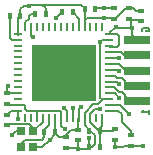
<source format=gbl>
%TF.GenerationSoftware,KiCad,Pcbnew,4.0.6+dfsg1-1*%
%TF.CreationDate,2017-09-08T03:35:07+02:00*%
%TF.ProjectId,fx2grok-tiny,66783267726F6B2D74696E792E6B6963,rev?*%
%TF.FileFunction,Copper,L2,Bot,Signal*%
%FSLAX46Y46*%
G04 Gerber Fmt 4.6, Leading zero omitted, Abs format (unit mm)*
G04 Created by KiCad (PCBNEW 4.0.6+dfsg1-1) date Fri Sep  8 03:35:07 2017*
%MOMM*%
%LPD*%
G01*
G04 APERTURE LIST*
%ADD10C,0.150000*%
%ADD11C,0.127000*%
%ADD12R,0.599440X0.398780*%
%ADD13R,5.499100X4.800600*%
%ADD14R,0.690880X0.279400*%
%ADD15R,0.279400X0.690880*%
%ADD16R,0.398780X0.599440*%
%ADD17R,0.650240X0.749300*%
%ADD18R,2.200300X0.759460*%
%ADD19C,0.449580*%
G04 APERTURE END LIST*
D10*
D11*
X79702660Y-40341248D02*
X79672422Y-40292867D01*
X79672422Y-40220295D01*
X79702660Y-40147724D01*
X79763136Y-40099343D01*
X79823612Y-40075152D01*
X79944565Y-40050962D01*
X80035279Y-40050962D01*
X80156231Y-40075152D01*
X80216708Y-40099343D01*
X80277184Y-40147724D01*
X80307422Y-40220295D01*
X80307422Y-40268676D01*
X80277184Y-40341248D01*
X80246946Y-40365438D01*
X80035279Y-40365438D01*
X80035279Y-40268676D01*
X80307422Y-47338343D02*
X80307422Y-47048057D01*
X80307422Y-47193200D02*
X79672422Y-47193200D01*
X79763136Y-47144819D01*
X79823612Y-47096438D01*
X79853850Y-47048057D01*
D12*
X77343000Y-39311580D03*
X77343000Y-38412420D03*
D13*
X73101200Y-43865800D03*
D14*
X76946760Y-40612060D03*
X76946760Y-41112440D03*
X76946760Y-41612820D03*
X76946760Y-42113200D03*
X76946760Y-42611040D03*
X76946760Y-43111420D03*
X76946760Y-43611800D03*
X76946760Y-44112180D03*
X76946760Y-44612560D03*
X76946760Y-45112940D03*
X76946760Y-45613320D03*
X76946760Y-46113700D03*
X76946760Y-46611540D03*
X76946760Y-47111920D03*
D15*
X76347320Y-40012620D03*
X75846940Y-40012620D03*
X75346560Y-40012620D03*
X74846180Y-40012620D03*
X74345800Y-40012620D03*
X73845420Y-40012620D03*
X73345040Y-40012620D03*
X72847200Y-40012620D03*
X72346820Y-40012620D03*
X71846440Y-40012620D03*
X71346060Y-40012620D03*
X70845680Y-40012620D03*
X70345300Y-40012620D03*
X69847460Y-40012620D03*
D14*
X69245480Y-40612060D03*
X69245480Y-41064180D03*
X69245480Y-41562020D03*
X69245480Y-42062400D03*
X69245480Y-42562780D03*
X69245480Y-43063160D03*
X69245480Y-43563540D03*
X69245480Y-44063920D03*
X69245480Y-44564300D03*
X69245480Y-45062140D03*
X69245480Y-45562520D03*
X69245480Y-46062900D03*
X69245480Y-46563280D03*
X69245480Y-47063660D03*
D15*
X69844920Y-47663100D03*
X70345300Y-47663100D03*
X70845680Y-47663100D03*
X71346060Y-47663100D03*
X71846440Y-47663100D03*
X72346820Y-47663100D03*
X72847200Y-47663100D03*
X73345040Y-47663100D03*
X73845420Y-47663100D03*
X74345800Y-47663100D03*
X74846180Y-47663100D03*
X75346560Y-47663100D03*
X75846940Y-47663100D03*
X76347320Y-47663100D03*
D12*
X79639160Y-38615620D03*
X79639160Y-39514780D03*
D16*
X74861420Y-38481000D03*
X75760580Y-38481000D03*
X71569580Y-38862000D03*
X70670420Y-38862000D03*
D12*
X78601160Y-38399620D03*
X78601160Y-39298780D03*
D16*
X75242420Y-50165000D03*
X76141580Y-50165000D03*
X75242420Y-48768000D03*
X76141580Y-48768000D03*
D12*
X68300600Y-46499780D03*
X68300600Y-45600620D03*
X74295000Y-49598580D03*
X74295000Y-48699420D03*
X77406500Y-49535080D03*
X77406500Y-48635920D03*
D16*
X71432420Y-48895000D03*
X72331580Y-48895000D03*
D12*
X68300600Y-48300640D03*
X68300600Y-47401480D03*
D16*
X69420740Y-39065200D03*
X68521580Y-39065200D03*
D12*
X73279000Y-50233580D03*
X73279000Y-49334420D03*
X78740000Y-49143920D03*
X78740000Y-50043080D03*
D16*
X72956420Y-38735000D03*
X73855580Y-38735000D03*
D17*
X69476620Y-50129440D03*
X69476620Y-48831500D03*
X70477380Y-48831500D03*
X70477380Y-50129440D03*
D18*
X79281020Y-41127680D03*
X79281020Y-42402760D03*
X79281020Y-43677840D03*
X79281020Y-44952920D03*
X79281020Y-46228000D03*
D19*
X73850500Y-46824900D03*
X73149460Y-46875700D03*
X77800200Y-45974000D03*
X77800200Y-44856400D03*
X77724000Y-43688000D03*
X77800200Y-42646600D03*
X78613000Y-47371000D03*
X74549000Y-46736000D03*
X76174600Y-46939200D03*
X68707000Y-49149000D03*
X77470000Y-40005000D03*
X76454000Y-38354000D03*
X69215000Y-47752000D03*
X78867000Y-40068500D03*
X68326000Y-44958000D03*
X71882000Y-49530000D03*
X70500240Y-40876220D03*
X70104000Y-38227000D03*
X76454000Y-39243000D03*
X79756000Y-50038000D03*
X77406500Y-50165000D03*
X76174600Y-41224200D03*
X75184000Y-49403000D03*
X73152000Y-48641000D03*
X74295000Y-50292000D03*
X72390000Y-39243000D03*
D11*
X73845420Y-46829980D02*
X73845420Y-47663100D01*
X73850500Y-46824900D02*
X73845420Y-46829980D01*
X73149460Y-46875700D02*
X73345040Y-47071280D01*
X73345040Y-47071280D02*
X73345040Y-47663100D01*
X74345800Y-40012620D02*
X74345800Y-39352220D01*
X74345800Y-39352220D02*
X73855580Y-38735000D01*
X77800200Y-45974000D02*
X77439520Y-45613320D01*
X77439520Y-45613320D02*
X76946760Y-45613320D01*
X77724000Y-45466000D02*
X77370940Y-45112940D01*
X77370940Y-45112940D02*
X76946760Y-45112940D01*
X78232000Y-45847000D02*
X78656180Y-46271180D01*
X78232000Y-45720000D02*
X78232000Y-45847000D01*
X77978000Y-45466000D02*
X78232000Y-45720000D01*
X77724000Y-45466000D02*
X77978000Y-45466000D01*
X78656180Y-46271180D02*
X79458820Y-46271180D01*
X77800200Y-44856400D02*
X77556360Y-44612560D01*
X77556360Y-44612560D02*
X76946760Y-44612560D01*
X77597000Y-44323000D02*
X77386180Y-44112180D01*
X77597000Y-44323000D02*
X77978000Y-44323000D01*
X78651100Y-44996100D02*
X77978000Y-44323000D01*
X77386180Y-44112180D02*
X76946760Y-44112180D01*
X78651100Y-44996100D02*
X79458820Y-44996100D01*
X76946760Y-43611800D02*
X77647800Y-43611800D01*
X77647800Y-43611800D02*
X77724000Y-43688000D01*
X78392020Y-43721020D02*
X77782420Y-43111420D01*
X77782420Y-43111420D02*
X76946760Y-43111420D01*
X78392020Y-43721020D02*
X79458820Y-43721020D01*
X77800200Y-42646600D02*
X77764640Y-42611040D01*
X77764640Y-42611040D02*
X76946760Y-42611040D01*
X78259940Y-42445940D02*
X77927200Y-42113200D01*
X77927200Y-42113200D02*
X76946760Y-42113200D01*
X78259940Y-42445940D02*
X79458820Y-42445940D01*
X78259940Y-42445940D02*
X79458820Y-42445940D01*
X78846680Y-42445940D02*
X79458820Y-42445940D01*
X69847460Y-40012620D02*
X69847460Y-39585900D01*
X70317360Y-38862000D02*
X70670420Y-38862000D01*
X70114160Y-39065200D02*
X70317360Y-38862000D01*
X70114160Y-39319200D02*
X70114160Y-39065200D01*
X69847460Y-39585900D02*
X70114160Y-39319200D01*
X70485000Y-38862000D02*
X70670420Y-38862000D01*
X77978000Y-47371000D02*
X77718920Y-47111920D01*
X78740000Y-48768000D02*
X77978000Y-48006000D01*
X77978000Y-48006000D02*
X77978000Y-47371000D01*
X78740000Y-49143920D02*
X78740000Y-48768000D01*
X77718920Y-47111920D02*
X76946760Y-47111920D01*
X78613000Y-47371000D02*
X77853540Y-46611540D01*
X77853540Y-46611540D02*
X76946760Y-46611540D01*
X69245480Y-41064180D02*
X68684140Y-41064180D01*
X68521580Y-40901620D02*
X68521580Y-39065200D01*
X68684140Y-41064180D02*
X68521580Y-40901620D01*
X69476620Y-50129440D02*
X69476620Y-49852580D01*
X69476620Y-49852580D02*
X69850000Y-49530000D01*
X69850000Y-49530000D02*
X71247000Y-49530000D01*
X71247000Y-49530000D02*
X71432420Y-49344580D01*
X71432420Y-49344580D02*
X71432420Y-48895000D01*
X71432420Y-48895000D02*
X71432420Y-48709580D01*
X71432420Y-48709580D02*
X71846440Y-48295560D01*
X71846440Y-48295560D02*
X71846440Y-47663100D01*
X70477380Y-48831500D02*
X70477380Y-48582580D01*
X70477380Y-48582580D02*
X70104000Y-48234600D01*
X70104000Y-48234600D02*
X68341240Y-48234600D01*
X70477380Y-48831500D02*
X70497700Y-48831500D01*
X70497700Y-48831500D02*
X71346060Y-48000920D01*
X71346060Y-48000920D02*
X71346060Y-47663100D01*
X78601160Y-39298780D02*
X78672380Y-39370000D01*
X78672380Y-39370000D02*
X79494380Y-39370000D01*
X79494380Y-39370000D02*
X79639160Y-39514780D01*
X79580740Y-39573200D02*
X79639160Y-39514780D01*
X79580740Y-39573200D02*
X79639160Y-39514780D01*
X77343000Y-38412420D02*
X76512420Y-38412420D01*
X76512420Y-38412420D02*
X76454000Y-38354000D01*
X75346560Y-47335440D02*
X75742800Y-46939200D01*
X74549000Y-46736000D02*
X74345800Y-46939200D01*
X74345800Y-46939200D02*
X74345800Y-47663100D01*
X75742800Y-46939200D02*
X76174600Y-46939200D01*
X68300600Y-45600620D02*
X68338700Y-45562520D01*
X68338700Y-45562520D02*
X69245480Y-45562520D01*
X68300600Y-47401480D02*
X68638420Y-47063660D01*
X68638420Y-47063660D02*
X69245480Y-47063660D01*
X70345300Y-40012620D02*
X70345300Y-40721280D01*
X70345300Y-40721280D02*
X70500240Y-40876220D01*
X77597000Y-41656000D02*
X77724000Y-41529000D01*
X76946760Y-40612060D02*
X77569060Y-40612060D01*
X77724000Y-40767000D02*
X77569060Y-40612060D01*
X77597000Y-41656000D02*
X76989940Y-41656000D01*
X77724000Y-41529000D02*
X77724000Y-40767000D01*
X68707000Y-49149000D02*
X69024500Y-48831500D01*
X69024500Y-48831500D02*
X69476620Y-48831500D01*
X71882000Y-49530000D02*
X71282560Y-50129440D01*
X71282560Y-50129440D02*
X70477380Y-50129440D01*
X76946760Y-40612060D02*
X76946760Y-40495220D01*
X76946760Y-40495220D02*
X77470000Y-40005000D01*
X77470000Y-40005000D02*
X77470000Y-40050720D01*
X77470000Y-40050720D02*
X77470000Y-40005000D01*
X77470000Y-40005000D02*
X77470000Y-40050720D01*
X78821280Y-40050720D02*
X78877160Y-39994840D01*
X78877160Y-39994840D02*
X78877160Y-39994840D01*
X78877160Y-39994840D02*
X78877160Y-39994840D01*
X78877160Y-39994840D02*
X78877160Y-39994840D01*
X78877160Y-39994840D02*
X78867000Y-40005000D01*
X78867000Y-40068500D02*
X78867000Y-40005000D01*
X77470000Y-40050720D02*
X78821280Y-40050720D01*
X76454000Y-38354000D02*
X75887580Y-38354000D01*
X75887580Y-38354000D02*
X75760580Y-38481000D01*
X78740000Y-39311580D02*
X78740000Y-39941500D01*
X78740000Y-39941500D02*
X78867000Y-40068500D01*
X69245480Y-47063660D02*
X69245480Y-47721520D01*
X69245480Y-47721520D02*
X69215000Y-47752000D01*
X76141580Y-48768000D02*
X76073000Y-48768000D01*
X76073000Y-48768000D02*
X75346560Y-48008540D01*
X75346560Y-48008540D02*
X75346560Y-47663100D01*
X76141580Y-48572420D02*
X76347320Y-48366680D01*
X76347320Y-48366680D02*
X76347320Y-47663100D01*
X75346560Y-47663100D02*
X75346560Y-48008540D01*
X76141580Y-48768000D02*
X77274420Y-48768000D01*
X77274420Y-48768000D02*
X77406500Y-48635920D01*
X79397860Y-41170860D02*
X78867000Y-40640000D01*
X78867000Y-40640000D02*
X78867000Y-40068500D01*
X75346560Y-47663100D02*
X75346560Y-47335440D01*
X73279000Y-49334420D02*
X73279000Y-49149000D01*
X73279000Y-49149000D02*
X73728580Y-48699420D01*
X73728580Y-48699420D02*
X74295000Y-48699420D01*
X72331580Y-48895000D02*
X72331580Y-48963580D01*
X72331580Y-48963580D02*
X72702420Y-49334420D01*
X72702420Y-49334420D02*
X73279000Y-49334420D01*
X68300600Y-45600620D02*
X68300600Y-44983400D01*
X68300600Y-44983400D02*
X68326000Y-44958000D01*
X71882000Y-49530000D02*
X72331580Y-49080420D01*
X72331580Y-49080420D02*
X72331580Y-48895000D01*
X76141580Y-50165000D02*
X76141580Y-48768000D01*
X76141580Y-48768000D02*
X76141580Y-48572420D01*
X74295000Y-48699420D02*
X74295000Y-47713900D01*
X74295000Y-47713900D02*
X74345800Y-47663100D01*
X72331580Y-48895000D02*
X72331580Y-47678340D01*
X72331580Y-47678340D02*
X72346820Y-47663100D01*
X70345300Y-40721280D02*
X70500240Y-40876220D01*
X69240400Y-45567600D02*
X69245480Y-45562520D01*
X78601160Y-38399620D02*
X78948180Y-38399620D01*
X79164180Y-38615620D02*
X79639160Y-38615620D01*
X78948180Y-38399620D02*
X79164180Y-38615620D01*
X77343000Y-39311580D02*
X77436980Y-39311580D01*
X77436980Y-39311580D02*
X78348940Y-38399620D01*
X78348940Y-38399620D02*
X78601160Y-38399620D01*
X77343000Y-39311580D02*
X77386180Y-39311580D01*
X69420740Y-39065200D02*
X69245480Y-39240460D01*
X69245480Y-39240460D02*
X69245480Y-40612060D01*
X69420740Y-39065200D02*
X69420740Y-38488620D01*
X69682360Y-38227000D02*
X70104000Y-38227000D01*
X69420740Y-38488620D02*
X69682360Y-38227000D01*
X69824600Y-46649640D02*
X69738240Y-46563280D01*
X70899020Y-47099220D02*
X69974460Y-47099220D01*
X69974460Y-47099220D02*
X69824600Y-46949360D01*
X69824600Y-46949360D02*
X69824600Y-46649640D01*
X69738240Y-46563280D02*
X69245480Y-46563280D01*
X68300600Y-46499780D02*
X68364100Y-46563280D01*
X68364100Y-46563280D02*
X69245480Y-46563280D01*
X75572620Y-46550580D02*
X74846180Y-47277020D01*
X74846180Y-47277020D02*
X74846180Y-47663100D01*
X75948540Y-46550580D02*
X76385420Y-46113700D01*
X74846180Y-47663100D02*
X74846180Y-47277020D01*
X75572620Y-46550580D02*
X75948540Y-46550580D01*
X76385420Y-46113700D02*
X76946760Y-46113700D01*
X76946760Y-46113700D02*
X76934060Y-46101000D01*
X76934060Y-46101000D02*
X76301600Y-46101000D01*
X76174600Y-41224200D02*
X76286360Y-41112440D01*
X76286360Y-41112440D02*
X76946760Y-41112440D01*
X71569580Y-38862000D02*
X71569580Y-38422580D01*
X71569580Y-38422580D02*
X71247000Y-38100000D01*
X74861420Y-38481000D02*
X74861420Y-38412420D01*
X74861420Y-38412420D02*
X74549000Y-38100000D01*
X70231000Y-38100000D02*
X70104000Y-38227000D01*
X71247000Y-38100000D02*
X70231000Y-38100000D01*
X74549000Y-38100000D02*
X71247000Y-38100000D01*
X74295000Y-50292000D02*
X75115420Y-50292000D01*
X75115420Y-50292000D02*
X75242420Y-50165000D01*
X69245480Y-40612060D02*
X69283580Y-40573960D01*
X74846180Y-40012620D02*
X74846180Y-38496240D01*
X74846180Y-38496240D02*
X74861420Y-38481000D01*
X76454000Y-39243000D02*
X76454000Y-39199820D01*
X76454000Y-39199820D02*
X76454000Y-39243000D01*
X76454000Y-39243000D02*
X76454000Y-39199820D01*
X75044300Y-39199820D02*
X76454000Y-39199820D01*
X76454000Y-39199820D02*
X77231240Y-39199820D01*
X77231240Y-39199820D02*
X77343000Y-39311580D01*
X79750920Y-50043080D02*
X78740000Y-50043080D01*
X79756000Y-50038000D02*
X79750920Y-50043080D01*
X77406500Y-49535080D02*
X77406500Y-50165000D01*
X78740000Y-50043080D02*
X78226920Y-50043080D01*
X78105000Y-50165000D02*
X77406500Y-50165000D01*
X78226920Y-50043080D02*
X78105000Y-50165000D01*
X76174600Y-45974000D02*
X76174600Y-41224200D01*
X76301600Y-46101000D02*
X76174600Y-45974000D01*
X72847200Y-47663100D02*
X72847200Y-48336200D01*
X75242420Y-49461420D02*
X75242420Y-50165000D01*
X75184000Y-49403000D02*
X75242420Y-49461420D01*
X72847200Y-48336200D02*
X73152000Y-48641000D01*
X75311000Y-48768000D02*
X75692000Y-49149000D01*
X75692000Y-49911000D02*
X75438000Y-50165000D01*
X75692000Y-49149000D02*
X75692000Y-49911000D01*
X75438000Y-50165000D02*
X75242420Y-50165000D01*
X73279000Y-50233580D02*
X74236580Y-50233580D01*
X74236580Y-50233580D02*
X74295000Y-50292000D01*
X74295000Y-50292000D02*
X74295000Y-49598580D01*
X75242420Y-48699420D02*
X74846180Y-48303180D01*
X74846180Y-48303180D02*
X74846180Y-47663100D01*
X75044300Y-39199820D02*
X74846180Y-39397940D01*
X70845680Y-47152560D02*
X70845680Y-47663100D01*
X69215000Y-40642540D02*
X69245480Y-40612060D01*
X72748140Y-47099220D02*
X70899020Y-47099220D01*
X70899020Y-47099220D02*
X70845680Y-47152560D01*
X72847200Y-47663100D02*
X72847200Y-47198280D01*
X72847200Y-47198280D02*
X72748140Y-47099220D01*
X74846180Y-39397940D02*
X74846180Y-40012620D01*
X72898000Y-38735000D02*
X72390000Y-39243000D01*
M02*

</source>
